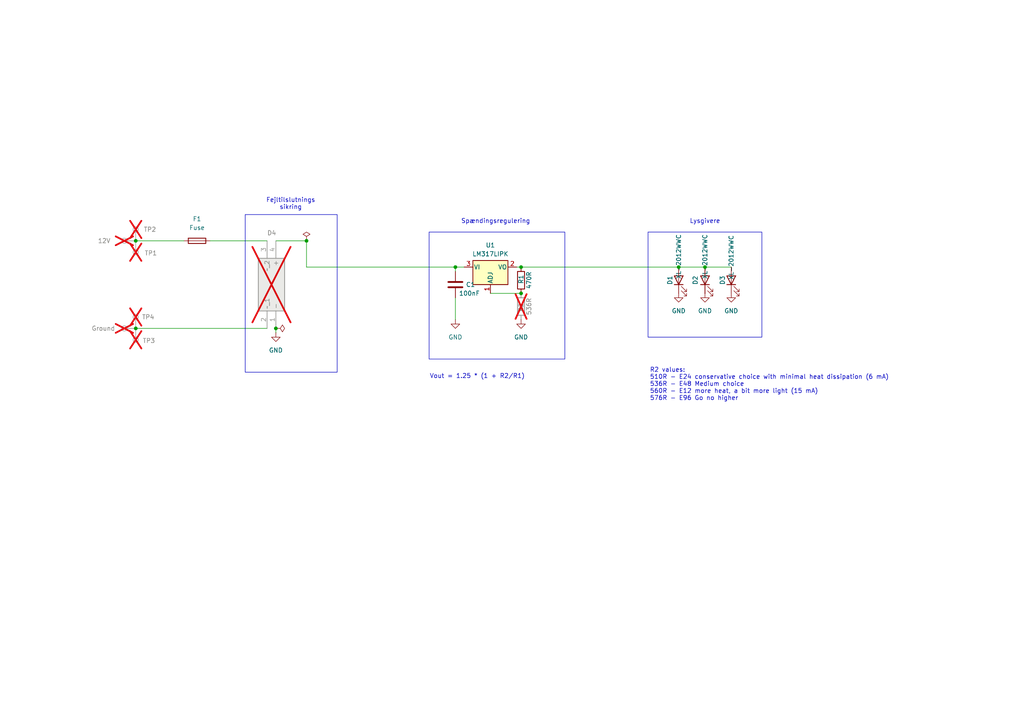
<source format=kicad_sch>
(kicad_sch (version 20231120) (generator "eeschema") (generator_version "8.0")
  (paper "A4")
  (title_block (title "CX vippeknap-lys") (date "2025-10-31") (rev "1.2") (company "PowerStation"))
  (lib_symbols
    (symbol "Connector:TestPoint" (pin_numbers hide) (pin_names (offset 0.762) hide)
      (property "Reference" "TP" (at 0 6.858 0))
      (property "Value" "TestPoint" (at 0 5.08 0))
      (symbol "TestPoint_0_1"
        (circle (center 0 3.302) (radius 0.762))
      )
      (symbol "TestPoint_1_1"
        (pin passive line (at 0 0 90) (length 2.54) (name "1") (number "1"))
      )
    )
    (symbol "Device:C" (pin_numbers hide) (pin_names (offset 0.254))
      (property "Reference" "C" (at 0.635 2.54 0))
      (property "Value" "C" (at 0.635 -2.54 0))
      (symbol "C_0_1"
        (polyline (pts (xy -2.032 -0.762) (xy 2.032 -0.762)) (stroke (width 0.508)))
        (polyline (pts (xy -2.032 0.762) (xy 2.032 0.762)) (stroke (width 0.508)))
      )
      (symbol "C_1_1"
        (pin passive line (at 0 3.81 270) (length 2.794) (name "~") (number "1"))
        (pin passive line (at 0 -3.81 90) (length 2.794) (name "~") (number "2"))
      )
    )
    (symbol "Device:Fuse" (pin_numbers hide) (pin_names (offset 0))
      (property "Reference" "F" (at 2.032 0 90))
      (property "Value" "Fuse" (at -1.905 0 90))
      (symbol "Fuse_0_1"
        (rectangle (start -0.762 -2.54) (end 0.762 2.54) (stroke (width 0.254)))
        (polyline (pts (xy 0 2.54) (xy 0 -2.54)))
      )
      (symbol "Fuse_1_1"
        (pin passive line (at 0 3.81 270) (length 1.27) (name "~") (number "1"))
        (pin passive line (at 0 -3.81 90) (length 1.27) (name "~") (number "2"))
      )
    )
    (symbol "Device:LED" (pin_numbers hide) (pin_names (offset 1.016) hide)
      (property "Reference" "D" (at 0 2.54 0))
      (property "Value" "LED" (at 0 -2.54 0))
      (symbol "LED_0_1"
        (polyline (pts (xy -1.27 -1.27) (xy -1.27 1.27)) (stroke (width 0.254)))
        (polyline (pts (xy -1.27 0) (xy 1.27 0)))
        (polyline (pts (xy 1.27 -1.27) (xy 1.27 1.27) (xy -1.27 0) (xy 1.27 -1.27)) (stroke (width 0.254)))
        (polyline (pts (xy -3.048 -0.762) (xy -4.572 -2.286) (xy -3.81 -2.286) (xy -4.572 -2.286) (xy -4.572 -1.524)))
        (polyline (pts (xy -1.778 -0.762) (xy -3.302 -2.286) (xy -2.54 -2.286) (xy -3.302 -2.286) (xy -3.302 -1.524)))
      )
      (symbol "LED_1_1"
        (pin passive line (at -3.81 0 0) (length 2.54) (name "K") (number "1"))
        (pin passive line (at 3.81 0 180) (length 2.54) (name "A") (number "2"))
      )
    )
    (symbol "Device:R" (pin_numbers hide) (pin_names (offset 0))
      (property "Reference" "R" (at 2.032 0 90))
      (property "Value" "R" (at 0 0 90))
      (symbol "R_0_1"
        (rectangle (start -1.016 -2.54) (end 1.016 2.54) (stroke (width 0.254)))
      )
      (symbol "R_1_1"
        (pin passive line (at 0 3.81 270) (length 1.27) (name "~") (number "1"))
        (pin passive line (at 0 -3.81 90) (length 1.27) (name "~") (number "2"))
      )
    )
    (symbol "Regulator_Linear:LM317L_SOT-89" (pin_names (offset 0.254))
      (property "Reference" "U" (at -3.81 3.175 0))
      (property "Value" "LM317L_SOT-89" (at 0 3.175 0))
      (symbol "LM317L_SOT-89_0_1"
        (rectangle (start -5.08 1.905) (end 5.08 -5.08) (stroke (width 0.254)) (fill (type background)))
      )
      (symbol "LM317L_SOT-89_1_1"
        (pin input line (at 0 -7.62 90) (length 2.54) (name "ADJ") (number "1"))
        (pin power_out line (at 7.62 0 180) (length 2.54) (name "VO") (number "2"))
        (pin power_in line (at -7.62 0 0) (length 2.54) (name "VI") (number "3"))
      )
    )
    (symbol "SamacSys_Parts:BAS4002ARPPE6327HTSA1"
      (property "Reference" "D" (at 21.59 7.62 0))
      (property "Value" "BAS4002ARPPE6327HTSA1" (at 21.59 5.08 0))
      (symbol "BAS4002ARPPE6327HTSA1_1_1"
        (rectangle (start 5.08 2.54) (end 20.32 -5.08) (stroke (width 0.254)) (fill (type background)))
        (pin passive line (at 0 0 0) (length 5.08) (name "-") (number "1"))
        (pin passive line (at 0 -2.54 0) (length 5.08) (name "~_1") (number "2"))
        (pin passive line (at 25.4 -2.54 180) (length 5.08) (name "~_2") (number "3"))
        (pin passive line (at 25.4 0 180) (length 5.08) (name "+") (number "4"))
      )
    )
    (symbol "power:GND" (power) (pin_numbers hide) (pin_names (offset 0) hide)
      (property "Value" "GND" (at 0 -3.81 0))
      (symbol "GND_0_1"
        (polyline (pts (xy 0 0) (xy 0 -1.27) (xy 1.27 -1.27) (xy 0 -2.54) (xy -1.27 -1.27) (xy 0 -1.27)))
      )
      (symbol "GND_1_1"
        (pin power_in line (at 0 0 270) (length 0) (name "~") (number "1"))
      )
    )
    (symbol "power:PWR_FLAG" (power) (pin_numbers hide) (pin_names (offset 0) hide)
      (property "Value" "PWR_FLAG" (at 0 3.81 0))
      (symbol "PWR_FLAG_0_0"
        (pin power_out line (at 0 0 90) (length 0) (name "~") (number "1"))
      )
      (symbol "PWR_FLAG_0_1"
        (polyline (pts (xy 0 0) (xy 0 1.27) (xy -1.016 1.905) (xy 0 2.54) (xy 1.016 1.905) (xy 0 1.27)))
      )
    )
  )
  (junction (at 39.37 69.85))
  (junction (at 39.37 95.25))
  (junction (at 151.13 77.47))
  (junction (at 196.85 77.47))
  (junction (at 132.08 77.47))
  (junction (at 80.01 95.25))
  (junction (at 204.47 77.47))
  (junction (at 88.9 69.85))
  (junction (at 151.13 85.09))
  (wire (pts (xy 88.9 77.47) (xy 132.08 77.47)))
  (wire (pts (xy 88.9 69.85) (xy 88.9 77.47)))
  (wire (pts (xy 132.08 77.47) (xy 134.62 77.47)))
  (wire (pts (xy 204.47 77.47) (xy 212.09 77.47)))
  (wire (pts (xy 39.37 69.85) (xy 53.34 69.85)))
  (wire (pts (xy 142.24 85.09) (xy 151.13 85.09)))
  (wire (pts (xy 39.37 95.25) (xy 77.47 95.25)))
  (wire (pts (xy 132.08 77.47) (xy 132.08 78.74)))
  (wire (pts (xy 151.13 77.47) (xy 196.85 77.47)))
  (wire (pts (xy 132.08 86.36) (xy 132.08 92.71)))
  (wire (pts (xy 196.85 77.47) (xy 204.47 77.47)))
  (wire (pts (xy 149.86 77.47) (xy 151.13 77.47)))
  (wire (pts (xy 60.96 69.85) (xy 77.47 69.85)))
  (wire (pts (xy 80.01 96.52) (xy 80.01 95.25)))
  (wire (pts (xy 80.01 69.85) (xy 88.9 69.85)))
  (rectangle (start 124.46 67.31) (end 163.83 104.14))
  (rectangle (start 187.96 67.31) (end 220.98 97.79))
  (rectangle (start 71.12 62.23) (end 97.79 107.95))
  (text "Fejltilslutnings\nsikring" (at 84.328 59.182 0) (effects (font (size 1.27 1.27))))
  (text "R2 values:\n510R - E24 conservative choice with minimal heat dissipation (6 mA)\n536R - E48 Medium choice\n560R - E12 more heat, a bit more light (15 mA)\n576R - E96 Go no higher\n" (exclude_from_sim yes) (at 188.468 111.506 0) (effects (font (size 1.27 1.27)) (justify left)))
  (text "Vout = 1.25 * (1 + R2/R1)" (at 138.43 109.22 0) (effects (font (size 1.27 1.27))))
  (text "Lysgivere" (at 204.47 64.262 0) (effects (font (size 1.27 1.27))))
  (text "Spændingsregulering" (at 143.764 64.262 0) (effects (font (size 1.27 1.27))))
  (symbol (lib_id "Connector:TestPoint") (at 39.37 95.25 180) (unit 1) (dnp yes)
    (property "Reference" "TP3" (at 43.18 98.806 0))
    (property "Value" "TestPoint" (effects (hide yes)))
    (property "Footprint" "TestPoint:TestPoint_THTPad_D1.5mm_Drill0.7mm" (effects (hide yes)))
    (property "Description" "test point" (effects (hide yes)))
  )
  (symbol (lib_id "power:GND") (at 196.85 85.09 0) (unit 1)
    (property "Reference" "#PWR01" (effects (hide yes)))
    (property "Value" "GND" (at 196.85 90.17 0))
    (property "Description" "Power symbol creates a global label with name \"GND\" , ground" (effects (hide yes)))
  )
  (symbol (lib_id "Connector:TestPoint") (at 39.37 69.85 90) (unit 1) (dnp yes)
    (property "Reference" "Supply1" (effects (hide yes)))
    (property "Value" "12V" (at 30.226 69.85 90))
    (property "Footprint" "TestPoint:TestPoint_THTPad_D1.5mm_Drill0.7mm" (effects (hide yes)))
    (property "Description" "test point" (effects (hide yes)))
  )
  (symbol (lib_id "Device:R") (at 151.13 81.28 180) (unit 1)
    (property "Reference" "R1" (at 151.13 81.026 90))
    (property "Value" "470R" (at 153.416 81.28 90))
    (property "Footprint" "Resistor_SMD:R_0805_2012Metric_Pad1.20x1.40mm_HandSolder" (effects (hide yes)))
    (property "Description" "Resistor" (effects (hide yes)))
    (property "LCSC Part #" "C114564" (effects (hide yes)))
  )
  (symbol (lib_id "Device:LED") (at 212.09 81.28 90) (unit 1)
    (property "Reference" "D3" (at 209.55 81.28 0))
    (property "Value" "XL-2012WWC" (at 212.09 74.676 0))
    (property "Footprint" "LED_SMD:LED_0805_2012Metric_Pad1.15x1.40mm_HandSolder" (effects (hide yes)))
    (property "Description" "Light emitting diode" (effects (hide yes)))
    (property "LCSC Part #" "C965820" (effects (hide yes)))
  )
  (symbol (lib_id "Connector:TestPoint") (at 39.37 95.25 0) (unit 1) (dnp yes)
    (property "Reference" "TP4" (at 41.148 91.948 0) (effects (justify left)))
    (property "Value" "TestPoint" (effects (hide yes)))
    (property "Footprint" "TestPoint:TestPoint_THTPad_D1.5mm_Drill0.7mm" (effects (hide yes)))
    (property "Description" "test point" (effects (hide yes)))
  )
  (symbol (lib_id "Connector:TestPoint") (at 39.37 69.85 0) (unit 1) (dnp yes)
    (property "Reference" "TP2" (at 41.656 66.548 0) (effects (justify left)))
    (property "Value" "TestPoint" (effects (hide yes)))
    (property "Footprint" "TestPoint:TestPoint_THTPad_D1.5mm_Drill0.7mm" (effects (hide yes)))
    (property "Description" "test point" (effects (hide yes)))
  )
  (symbol (lib_id "power:PWR_FLAG") (at 80.01 95.25 270) (unit 1)
    (property "Reference" "#FLG02" (effects (hide yes)))
    (property "Value" "PWR_FLAG" (effects (hide yes)))
    (property "Description" "Special symbol for telling ERC where power comes from" (effects (hide yes)))
  )
  (symbol (lib_id "power:PWR_FLAG") (at 88.9 69.85 0) (unit 1)
    (property "Reference" "#FLG01" (effects (hide yes)))
    (property "Value" "PWR_FLAG" (effects (hide yes)))
    (property "Description" "Special symbol for telling ERC where power comes from" (effects (hide yes)))
  )
  (symbol (lib_id "Device:C") (at 132.08 82.55 0) (unit 1)
    (property "Reference" "C1" (at 135.128 82.55 0) (effects (justify left)))
    (property "Value" "100nF" (at 133.096 85.09 0) (effects (justify left)))
    (property "Footprint" "Capacitor_SMD:C_0805_2012Metric_Pad1.18x1.45mm_HandSolder" (effects (hide yes)))
    (property "Description" "Unpolarized capacitor" (effects (hide yes)))
    (property "LCSC Part #" "C49678" (effects (hide yes)))
  )
  (symbol (lib_id "power:GND") (at 212.09 85.09 0) (unit 1)
    (property "Reference" "#PWR03" (effects (hide yes)))
    (property "Value" "GND" (at 212.09 90.17 0))
    (property "Description" "Power symbol creates a global label with name \"GND\" , ground" (effects (hide yes)))
  )
  (symbol (lib_id "Connector:TestPoint") (at 39.37 69.85 180) (unit 1) (dnp yes)
    (property "Reference" "TP1" (at 41.91 73.406 0) (effects (justify right)))
    (property "Value" "TestPoint" (effects (hide yes)))
    (property "Footprint" "TestPoint:TestPoint_THTPad_D1.5mm_Drill0.7mm" (effects (hide yes)))
    (property "Description" "test point" (effects (hide yes)))
  )
  (symbol (lib_id "power:GND") (at 151.13 92.71 0) (unit 1)
    (property "Reference" "#PWR05" (effects (hide yes)))
    (property "Value" "GND" (at 151.13 97.79 0))
    (property "Description" "Power symbol creates a global label with name \"GND\" , ground" (effects (hide yes)))
  )
  (symbol (lib_id "power:GND") (at 80.01 96.52 0) (unit 1)
    (property "Reference" "#PWR06" (effects (hide yes)))
    (property "Value" "GND" (at 80.01 101.6 0))
    (property "Description" "Power symbol creates a global label with name \"GND\" , ground" (effects (hide yes)))
  )
  (symbol (lib_id "Connector:TestPoint") (at 39.37 95.25 90) (unit 1) (dnp yes)
    (property "Reference" "Ground1" (effects (hide yes)))
    (property "Value" "Ground" (at 29.972 95.25 90))
    (property "Footprint" "TestPoint:TestPoint_THTPad_D1.5mm_Drill0.7mm" (effects (hide yes)))
    (property "Description" "test point" (effects (hide yes)))
  )
  (symbol (lib_id "Device:R") (at 151.13 88.9 180) (unit 1) (dnp yes)
    (property "Reference" "R2" (at 151.13 89.154 90))
    (property "Value" "536R" (at 153.416 88.9 90))
    (property "Footprint" "Resistor_SMD:R_0805_2012Metric_Pad1.20x1.40mm_HandSolder" (effects (hide yes)))
    (property "Description" "Resistor" (effects (hide yes)))
  )
  (symbol (lib_id "Regulator_Linear:LM317L_SOT-89") (at 142.24 77.47 0) (unit 1)
    (property "Reference" "U1" (at 142.24 71.12 0))
    (property "Value" "LM317LIPK" (at 142.24 73.66 0))
    (property "Footprint" "Package_TO_SOT_SMD:SOT-89-3" (effects (hide yes)))
    (property "Datasheet" "http://www.ti.com/lit/ds/symlink/lm317l.pdf" (effects (hide yes)))
    (property "Description" "100mA 35V Adjustable Linear Regulator, SOT-89" (effects (hide yes)))
    (property "LCSC Part #" "C112537" (effects (hide yes)))
  )
  (symbol (lib_id "Device:Fuse") (at 57.15 69.85 90) (unit 1)
    (property "Reference" "F1" (at 57.15 63.5 90))
    (property "Value" "Fuse" (at 57.15 66.04 90))
    (property "Footprint" "Fuse:Fuse_0805_2012Metric_Pad1.15x1.40mm_HandSolder" (effects (hide yes)))
    (property "Description" "Fuse" (effects (hide yes)))
  )
  (symbol (lib_id "power:GND") (at 132.08 92.71 0) (unit 1)
    (property "Reference" "#PWR04" (effects (hide yes)))
    (property "Value" "GND" (at 132.08 97.79 0))
    (property "Description" "Power symbol creates a global label with name \"GND\" , ground" (effects (hide yes)))
  )
  (symbol (lib_id "Device:LED") (at 204.47 81.28 90) (unit 1)
    (property "Reference" "D2" (at 201.676 81.28 0))
    (property "Value" "XL-2012WWC" (at 204.47 74.422 0))
    (property "Footprint" "LED_SMD:LED_0805_2012Metric_Pad1.15x1.40mm_HandSolder" (effects (hide yes)))
    (property "Description" "Light emitting diode" (effects (hide yes)))
    (property "LCSC Part #" "C965820" (effects (hide yes)))
  )
  (symbol (lib_id "Device:LED") (at 196.85 81.28 90) (unit 1)
    (property "Reference" "D1" (at 194.31 81.28 0))
    (property "Value" "XL-2012WWC" (at 196.85 74.422 0))
    (property "Footprint" "LED_SMD:LED_0805_2012Metric_Pad1.15x1.40mm_HandSolder" (effects (hide yes)))
    (property "Description" "Light emitting diode" (effects (hide yes)))
    (property "LCSC Part #" "C965820" (effects (hide yes)))
  )
  (symbol (lib_id "power:GND") (at 204.47 85.09 0) (unit 1)
    (property "Reference" "#PWR02" (effects (hide yes)))
    (property "Value" "GND" (at 204.47 90.17 0))
    (property "Description" "Power symbol creates a global label with name \"GND\" , ground" (effects (hide yes)))
  )
  (symbol (lib_id "SamacSys_Parts:BAS4002ARPPE6327HTSA1") (at 80.01 95.25 270) (mirror x) (unit 1) (dnp yes)
    (property "Reference" "D4" (at 77.47 67.564 90) (effects (justify left)))
    (property "Value" "BAS4002ARPPE6327HTSA1" (effects (hide yes)))
    (property "Footprint" "BAS4002ARPPE6327HTSA1" (effects (hide yes)))
    (property "Datasheet" "https://www.infineon.com/dgdl/bas4002aseries.pdf?folderId=db3a30431f848401011fcbf2ab4c04c4&fileId=db3a304329a0f6ee0129a6dc9f802b68" (effects (hide yes)))
    (property "Description" "Low VF Schottky Diode Array" (effects (hide yes)))
    (property "Height" "1.1" (effects (hide yes)))
    (property "Manufacturer_Name" "Infineon" (effects (hide yes)))
    (property "Manufacturer_Part_Number" "BAS4002ARPPE6327HTSA1" (effects (hide yes)))
    (property "Mouser Part Number" "726-BAS4002ARPPE6" (effects (hide yes)))
    (property "Mouser Price/Stock" "https://www.mouser.co.uk/ProductDetail/Infineon-Technologies/BAS4002ARPPE6327HTSA1?qs=K00xGehIljvcPViuCpDTQw%3D%3D" (effects (hide yes)))
    (property "Arrow Part Number" "BAS4002ARPPE6327HTSA1" (effects (hide yes)))
    (property "Arrow Price/Stock" "https://www.arrow.com/en/products/bas4002arppe6327htsa1/infineon-technologies-ag?region=nac" (effects (hide yes)))
  )
)
</source>
